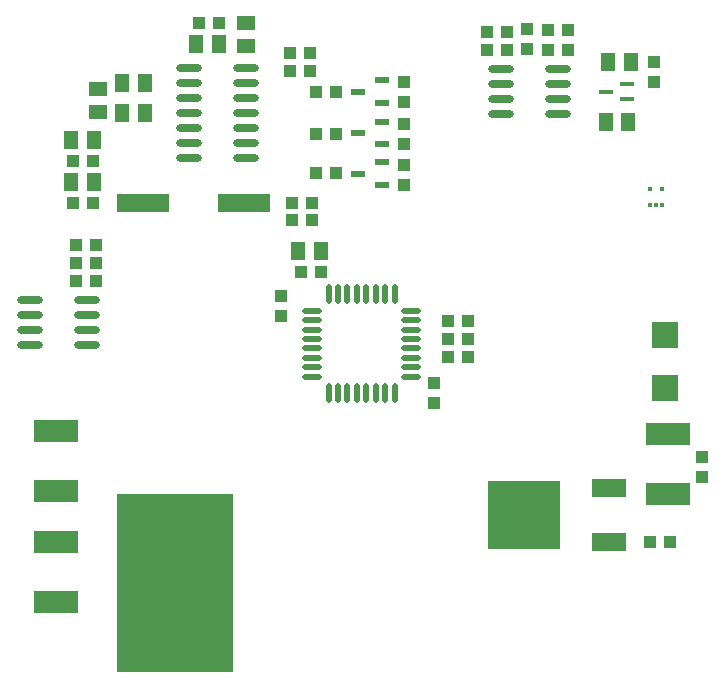
<source format=gtp>
%FSDAX24Y24*%
%MOIN*%
%SFA1B1*%

%IPPOS*%
%ADD21R,0.390000X0.592000*%
%ADD22R,0.039400X0.043300*%
%ADD23R,0.149600X0.072800*%
%ADD24R,0.043300X0.039400*%
%ADD25R,0.051200X0.015700*%
%ADD26R,0.051200X0.059100*%
%ADD27O,0.086600X0.023600*%
%ADD28R,0.244100X0.228300*%
%ADD29R,0.118100X0.063000*%
%ADD30R,0.090600X0.090600*%
%ADD31O,0.065000X0.021700*%
%ADD32O,0.021700X0.065000*%
%ADD33R,0.051200X0.023600*%
%ADD34R,0.177200X0.059100*%
%ADD35R,0.059100X0.051200*%
%ADD36R,0.011800X0.017700*%
%LNde-150824-1*%
%LPD*%
G54D21*
X018290Y017130D03*
G54D22*
X035850Y020665D03*
Y021335D03*
X021800Y026685D03*
Y026015D03*
X034250Y034485D03*
Y033815D03*
X030000Y035595D03*
Y034925D03*
X026900Y023115D03*
Y023785D03*
X025900Y033165D03*
Y033835D03*
Y031765D03*
Y032435D03*
Y030395D03*
Y031065D03*
G54D23*
X034700Y022104D03*
Y020096D03*
X014300Y022204D03*
Y020196D03*
Y016496D03*
Y018504D03*
G54D24*
X030715Y034900D03*
X031385D03*
X028035Y025850D03*
X027365D03*
X028665Y035500D03*
X029335D03*
X028665Y034900D03*
X029335D03*
X023135Y027500D03*
X022465D03*
X028035Y025250D03*
X027365D03*
X028035Y024650D03*
X027365D03*
X014965Y028400D03*
X015635D03*
X034785Y018500D03*
X034115D03*
X015635Y027800D03*
X014965D03*
X015635Y027200D03*
X014965D03*
X022965Y033500D03*
X023635D03*
X022835Y029800D03*
X022165D03*
X022965Y032100D03*
X023635D03*
X014865Y029800D03*
X015535D03*
X022785Y034200D03*
X022115D03*
X022785Y034800D03*
X022115D03*
X022965Y030800D03*
X023635D03*
X019065Y035800D03*
X019735D03*
X015535Y031200D03*
X014865D03*
X022835Y029220D03*
X022165D03*
X030715Y035550D03*
X031385D03*
G54D25*
X032646Y033500D03*
X033354Y033756D03*
Y033244D03*
G54D26*
X032726Y034500D03*
X033474D03*
X032646Y032500D03*
X033394D03*
X023144Y028200D03*
X022396D03*
X016526Y032800D03*
X017274D03*
Y033800D03*
X016526D03*
X018996Y035100D03*
X019744D03*
X014826Y031900D03*
X015574D03*
Y030500D03*
X014826D03*
G54D27*
X031045Y032750D03*
Y033250D03*
Y033750D03*
Y034250D03*
X029155Y032750D03*
Y033250D03*
Y033750D03*
Y034250D03*
X020645Y031300D03*
Y031800D03*
Y032300D03*
Y032800D03*
Y033300D03*
Y033800D03*
Y034300D03*
X018755Y031300D03*
Y031800D03*
Y032300D03*
Y032800D03*
Y033300D03*
Y033800D03*
Y034300D03*
X013455Y026550D03*
Y026050D03*
Y025550D03*
Y025050D03*
X015345Y026550D03*
Y026050D03*
Y025550D03*
Y025050D03*
G54D28*
X029898Y019400D03*
G54D29*
X032732Y020302D03*
Y018498D03*
G54D30*
X034600Y023614D03*
Y025386D03*
G54D31*
X026144Y023998D03*
Y024313D03*
Y024628D03*
Y024943D03*
Y025257D03*
Y025572D03*
Y025887D03*
Y026202D03*
X022856D03*
Y025887D03*
Y025572D03*
Y025257D03*
Y024943D03*
Y024628D03*
Y024313D03*
Y023998D03*
G54D32*
X025602Y026744D03*
X025287D03*
X024972D03*
X024657D03*
X024343D03*
X024028D03*
X023713D03*
X023398D03*
Y023456D03*
X023713D03*
X024028D03*
X024343D03*
X024657D03*
X024972D03*
X025287D03*
X025602D03*
G54D33*
X025193Y033126D03*
Y033874D03*
X024367Y033500D03*
X025193Y031756D03*
Y032504D03*
X024367Y032130D03*
X025193Y030396D03*
Y031144D03*
X024367Y030770D03*
G54D34*
X020573Y029800D03*
X017227D03*
G54D35*
X015700Y032826D03*
Y033574D03*
X020650Y035026D03*
Y035774D03*
G54D36*
X034103Y029734D03*
X034300D03*
X034497D03*
Y030266D03*
X034103D03*
M02*
</source>
